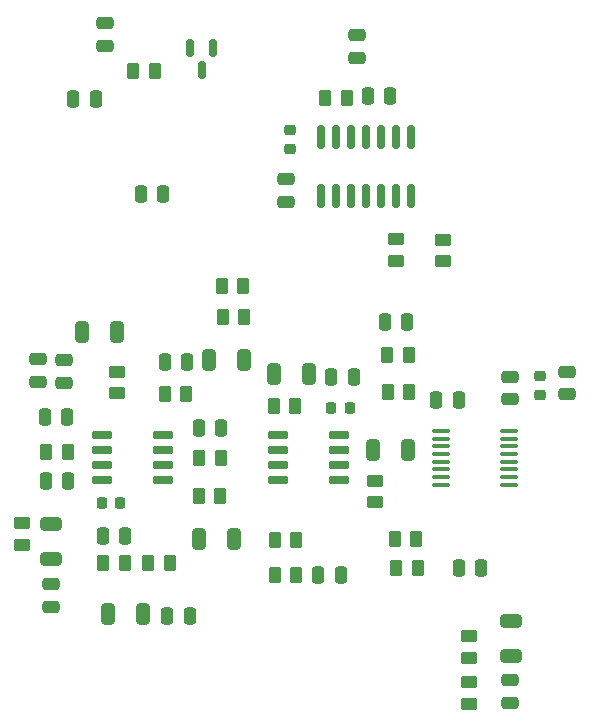
<source format=gbr>
%TF.GenerationSoftware,KiCad,Pcbnew,(6.0.0)*%
%TF.CreationDate,2022-06-28T23:59:44+02:00*%
%TF.ProjectId,sdrt41-tx,73647274-3431-42d7-9478-2e6b69636164,rev?*%
%TF.SameCoordinates,Original*%
%TF.FileFunction,Paste,Top*%
%TF.FilePolarity,Positive*%
%FSLAX46Y46*%
G04 Gerber Fmt 4.6, Leading zero omitted, Abs format (unit mm)*
G04 Created by KiCad (PCBNEW (6.0.0)) date 2022-06-28 23:59:44*
%MOMM*%
%LPD*%
G01*
G04 APERTURE LIST*
G04 Aperture macros list*
%AMRoundRect*
0 Rectangle with rounded corners*
0 $1 Rounding radius*
0 $2 $3 $4 $5 $6 $7 $8 $9 X,Y pos of 4 corners*
0 Add a 4 corners polygon primitive as box body*
4,1,4,$2,$3,$4,$5,$6,$7,$8,$9,$2,$3,0*
0 Add four circle primitives for the rounded corners*
1,1,$1+$1,$2,$3*
1,1,$1+$1,$4,$5*
1,1,$1+$1,$6,$7*
1,1,$1+$1,$8,$9*
0 Add four rect primitives between the rounded corners*
20,1,$1+$1,$2,$3,$4,$5,0*
20,1,$1+$1,$4,$5,$6,$7,0*
20,1,$1+$1,$6,$7,$8,$9,0*
20,1,$1+$1,$8,$9,$2,$3,0*%
G04 Aperture macros list end*
%ADD10RoundRect,0.250000X-0.262500X-0.450000X0.262500X-0.450000X0.262500X0.450000X-0.262500X0.450000X0*%
%ADD11RoundRect,0.250000X-0.325000X-0.650000X0.325000X-0.650000X0.325000X0.650000X-0.325000X0.650000X0*%
%ADD12RoundRect,0.250000X0.450000X-0.262500X0.450000X0.262500X-0.450000X0.262500X-0.450000X-0.262500X0*%
%ADD13RoundRect,0.250000X0.250000X0.475000X-0.250000X0.475000X-0.250000X-0.475000X0.250000X-0.475000X0*%
%ADD14RoundRect,0.250000X0.475000X-0.250000X0.475000X0.250000X-0.475000X0.250000X-0.475000X-0.250000X0*%
%ADD15RoundRect,0.250000X0.262500X0.450000X-0.262500X0.450000X-0.262500X-0.450000X0.262500X-0.450000X0*%
%ADD16RoundRect,0.250000X-0.475000X0.250000X-0.475000X-0.250000X0.475000X-0.250000X0.475000X0.250000X0*%
%ADD17RoundRect,0.250000X0.650000X-0.325000X0.650000X0.325000X-0.650000X0.325000X-0.650000X-0.325000X0*%
%ADD18RoundRect,0.100000X-0.637500X-0.100000X0.637500X-0.100000X0.637500X0.100000X-0.637500X0.100000X0*%
%ADD19RoundRect,0.218750X-0.218750X-0.256250X0.218750X-0.256250X0.218750X0.256250X-0.218750X0.256250X0*%
%ADD20RoundRect,0.150000X-0.725000X-0.150000X0.725000X-0.150000X0.725000X0.150000X-0.725000X0.150000X0*%
%ADD21RoundRect,0.250000X-0.250000X-0.475000X0.250000X-0.475000X0.250000X0.475000X-0.250000X0.475000X0*%
%ADD22RoundRect,0.150000X-0.150000X0.587500X-0.150000X-0.587500X0.150000X-0.587500X0.150000X0.587500X0*%
%ADD23RoundRect,0.250000X-0.450000X0.262500X-0.450000X-0.262500X0.450000X-0.262500X0.450000X0.262500X0*%
%ADD24RoundRect,0.218750X-0.256250X0.218750X-0.256250X-0.218750X0.256250X-0.218750X0.256250X0.218750X0*%
%ADD25RoundRect,0.250000X-0.650000X0.325000X-0.650000X-0.325000X0.650000X-0.325000X0.650000X0.325000X0*%
%ADD26RoundRect,0.218750X0.218750X0.256250X-0.218750X0.256250X-0.218750X-0.256250X0.218750X-0.256250X0*%
%ADD27RoundRect,0.218750X0.256250X-0.218750X0.256250X0.218750X-0.256250X0.218750X-0.256250X-0.218750X0*%
%ADD28RoundRect,0.150000X0.725000X0.150000X-0.725000X0.150000X-0.725000X-0.150000X0.725000X-0.150000X0*%
%ADD29RoundRect,0.150000X0.150000X-0.825000X0.150000X0.825000X-0.150000X0.825000X-0.150000X-0.825000X0*%
G04 APERTURE END LIST*
D10*
%TO.C,R23*%
X113641500Y-60452000D03*
X115466500Y-60452000D03*
%TD*%
D11*
%TO.C,C19*%
X103775000Y-82650000D03*
X106725000Y-82650000D03*
%TD*%
D12*
%TO.C,R9*%
X117850000Y-94712500D03*
X117850000Y-92887500D03*
%TD*%
D13*
%TO.C,C24*%
X124950000Y-86050000D03*
X123050000Y-86050000D03*
%TD*%
D14*
%TO.C,C2*%
X116332000Y-57058600D03*
X116332000Y-55158600D03*
%TD*%
D15*
%TO.C,R14*%
X106762500Y-79050000D03*
X104937500Y-79050000D03*
%TD*%
D11*
%TO.C,C21*%
X102919000Y-97790000D03*
X105869000Y-97790000D03*
%TD*%
D16*
%TO.C,C29*%
X129260600Y-84063800D03*
X129260600Y-85963800D03*
%TD*%
D13*
%TO.C,C23*%
X126850000Y-100250000D03*
X124950000Y-100250000D03*
%TD*%
D12*
%TO.C,R21*%
X125800000Y-111760000D03*
X125800000Y-109935000D03*
%TD*%
D11*
%TO.C,C17*%
X95275000Y-104150000D03*
X98225000Y-104150000D03*
%TD*%
D17*
%TO.C,C7*%
X90424000Y-99519000D03*
X90424000Y-96569000D03*
%TD*%
D18*
%TO.C,U5*%
X123437500Y-88675000D03*
X123437500Y-89325000D03*
X123437500Y-89975000D03*
X123437500Y-90625000D03*
X123437500Y-91275000D03*
X123437500Y-91925000D03*
X123437500Y-92575000D03*
X123437500Y-93225000D03*
X129162500Y-93225000D03*
X129162500Y-92575000D03*
X129162500Y-91925000D03*
X129162500Y-91275000D03*
X129162500Y-90625000D03*
X129162500Y-89975000D03*
X129162500Y-89325000D03*
X129162500Y-88675000D03*
%TD*%
D14*
%TO.C,C5*%
X90424000Y-103566000D03*
X90424000Y-101666000D03*
%TD*%
D10*
%TO.C,R3*%
X100037500Y-85550000D03*
X101862500Y-85550000D03*
%TD*%
D14*
%TO.C,C4*%
X91500000Y-84600000D03*
X91500000Y-82700000D03*
%TD*%
D10*
%TO.C,R12*%
X119500000Y-97800000D03*
X121325000Y-97800000D03*
%TD*%
%TO.C,R11*%
X119637500Y-100250000D03*
X121462500Y-100250000D03*
%TD*%
D19*
%TO.C,L3*%
X114162500Y-86750000D03*
X115737500Y-86750000D03*
%TD*%
D11*
%TO.C,C22*%
X117675000Y-90250000D03*
X120625000Y-90250000D03*
%TD*%
D13*
%TO.C,C15*%
X102150000Y-104300000D03*
X100250000Y-104300000D03*
%TD*%
D10*
%TO.C,R15*%
X118887500Y-82250000D03*
X120712500Y-82250000D03*
%TD*%
D13*
%TO.C,C8*%
X94218800Y-60553600D03*
X92318800Y-60553600D03*
%TD*%
D20*
%TO.C,U3*%
X109675000Y-88995000D03*
X109675000Y-90265000D03*
X109675000Y-91535000D03*
X109675000Y-92805000D03*
X114825000Y-92805000D03*
X114825000Y-91535000D03*
X114825000Y-90265000D03*
X114825000Y-88995000D03*
%TD*%
D16*
%TO.C,C27*%
X134112000Y-83682800D03*
X134112000Y-85582800D03*
%TD*%
D21*
%TO.C,C16*%
X114150000Y-84100000D03*
X116050000Y-84100000D03*
%TD*%
D22*
%TO.C,Q1*%
X104115000Y-56262500D03*
X102215000Y-56262500D03*
X103165000Y-58137500D03*
%TD*%
D10*
%TO.C,R7*%
X102923500Y-94182000D03*
X104748500Y-94182000D03*
%TD*%
D23*
%TO.C,R1*%
X96012000Y-83669500D03*
X96012000Y-85494500D03*
%TD*%
D10*
%TO.C,R5*%
X94845500Y-99822000D03*
X96670500Y-99822000D03*
%TD*%
D12*
%TO.C,R4k1*%
X123600000Y-74312500D03*
X123600000Y-72487500D03*
%TD*%
D11*
%TO.C,C20*%
X109325000Y-83850000D03*
X112275000Y-83850000D03*
%TD*%
D10*
%TO.C,R17*%
X109337500Y-97900000D03*
X111162500Y-97900000D03*
%TD*%
D24*
%TO.C,L5*%
X131775200Y-84048500D03*
X131775200Y-85623500D03*
%TD*%
D21*
%TO.C,C10*%
X89900000Y-87450000D03*
X91800000Y-87450000D03*
%TD*%
D13*
%TO.C,C9*%
X104836000Y-88432000D03*
X102936000Y-88432000D03*
%TD*%
D10*
%TO.C,R4*%
X89987500Y-90450000D03*
X91812500Y-90450000D03*
%TD*%
D12*
%TO.C,R2*%
X87985600Y-98296100D03*
X87985600Y-96471100D03*
%TD*%
D25*
%TO.C,C31*%
X129400000Y-104775000D03*
X129400000Y-107725000D03*
%TD*%
D21*
%TO.C,C25*%
X118684000Y-79450000D03*
X120584000Y-79450000D03*
%TD*%
D26*
%TO.C,L2*%
X96291500Y-94742000D03*
X94716500Y-94742000D03*
%TD*%
D10*
%TO.C,R18*%
X109337500Y-100850000D03*
X111162500Y-100850000D03*
%TD*%
D13*
%TO.C,C13*%
X91850000Y-92900000D03*
X89950000Y-92900000D03*
%TD*%
D10*
%TO.C,R6*%
X102973500Y-90932000D03*
X104798500Y-90932000D03*
%TD*%
%TO.C,R10*%
X109287500Y-86600000D03*
X111112500Y-86600000D03*
%TD*%
%TO.C,R16*%
X118937500Y-85400000D03*
X120762500Y-85400000D03*
%TD*%
D15*
%TO.C,R19*%
X99212500Y-58200000D03*
X97387500Y-58200000D03*
%TD*%
D16*
%TO.C,C30*%
X129286000Y-109794000D03*
X129286000Y-111694000D03*
%TD*%
D27*
%TO.C,L4*%
X110650000Y-64795500D03*
X110650000Y-63220500D03*
%TD*%
D15*
%TO.C,R8*%
X100470500Y-99872000D03*
X98645500Y-99872000D03*
%TD*%
D13*
%TO.C,C14*%
X96708000Y-97536000D03*
X94808000Y-97536000D03*
%TD*%
D21*
%TO.C,C32*%
X117250000Y-60300000D03*
X119150000Y-60300000D03*
%TD*%
D28*
%TO.C,U2*%
X99857000Y-92805000D03*
X99857000Y-91535000D03*
X99857000Y-90265000D03*
X99857000Y-88995000D03*
X94707000Y-88995000D03*
X94707000Y-90265000D03*
X94707000Y-91535000D03*
X94707000Y-92805000D03*
%TD*%
D16*
%TO.C,C18*%
X110300000Y-67350000D03*
X110300000Y-69250000D03*
%TD*%
%TO.C,C28*%
X94996000Y-54168000D03*
X94996000Y-56068000D03*
%TD*%
D13*
%TO.C,C26*%
X114930000Y-100838000D03*
X113030000Y-100838000D03*
%TD*%
D14*
%TO.C,C34*%
X89306400Y-84516000D03*
X89306400Y-82616000D03*
%TD*%
D13*
%TO.C,C3*%
X99923600Y-68580000D03*
X98023600Y-68580000D03*
%TD*%
D12*
%TO.C,R22*%
X119650000Y-74262500D03*
X119650000Y-72437500D03*
%TD*%
%TO.C,R20*%
X125780800Y-107897300D03*
X125780800Y-106072300D03*
%TD*%
D11*
%TO.C,C6*%
X93013000Y-80264000D03*
X95963000Y-80264000D03*
%TD*%
D13*
%TO.C,C12*%
X101950000Y-82850000D03*
X100050000Y-82850000D03*
%TD*%
D29*
%TO.C,U4*%
X113290000Y-68775000D03*
X114560000Y-68775000D03*
X115830000Y-68775000D03*
X117100000Y-68775000D03*
X118370000Y-68775000D03*
X119640000Y-68775000D03*
X120910000Y-68775000D03*
X120910000Y-63825000D03*
X119640000Y-63825000D03*
X118370000Y-63825000D03*
X117100000Y-63825000D03*
X115830000Y-63825000D03*
X114560000Y-63825000D03*
X113290000Y-63825000D03*
%TD*%
D15*
%TO.C,R13*%
X106712500Y-76400000D03*
X104887500Y-76400000D03*
%TD*%
M02*

</source>
